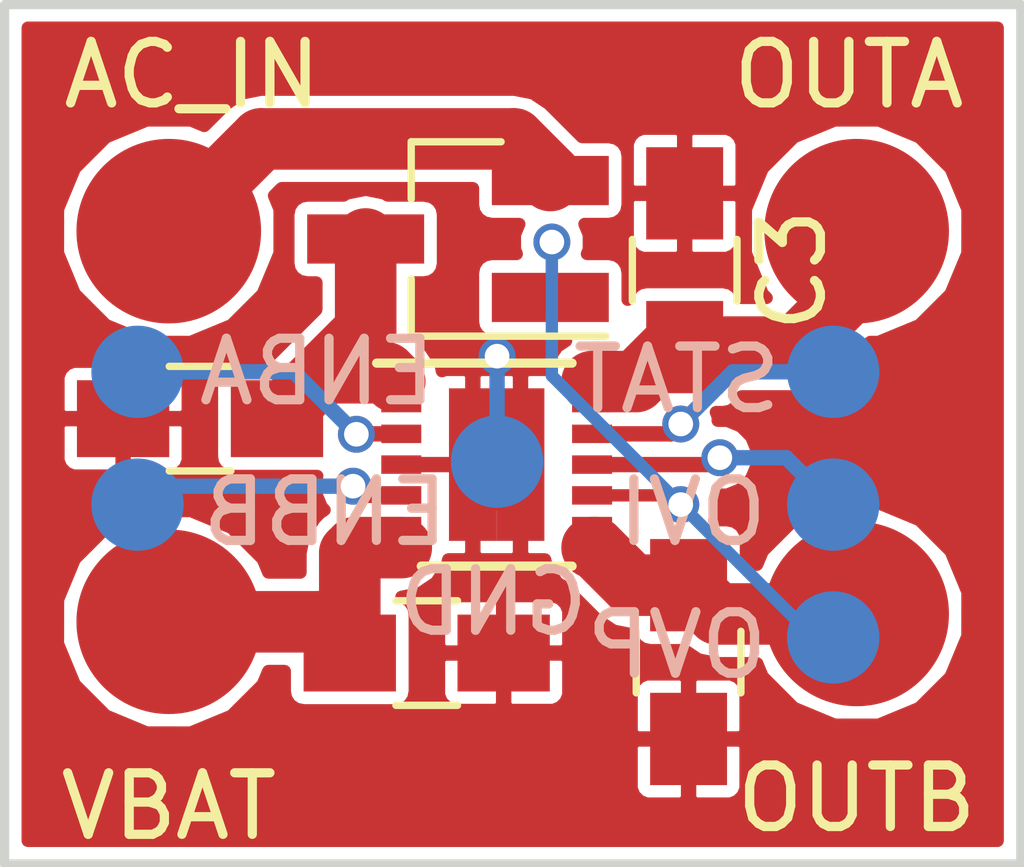
<source format=kicad_pcb>
(kicad_pcb (version 4) (host pcbnew 4.0.4-stable)

  (general
    (links 24)
    (no_connects 0)
    (area 134.544999 82.258 151.205001 96.658)
    (thickness 1.6)
    (drawings 4)
    (tracks 72)
    (zones 0)
    (modules 16)
    (nets 12)
  )

  (page A4)
  (layers
    (0 F.Cu signal)
    (31 B.Cu signal)
    (32 B.Adhes user)
    (33 F.Adhes user)
    (34 B.Paste user)
    (35 F.Paste user)
    (36 B.SilkS user hide)
    (37 F.SilkS user)
    (38 B.Mask user hide)
    (39 F.Mask user hide)
    (40 Dwgs.User user hide)
    (41 Cmts.User user hide)
    (42 Eco1.User user)
    (43 Eco2.User user)
    (44 Edge.Cuts user)
    (45 Margin user)
    (46 B.CrtYd user)
    (47 F.CrtYd user)
    (48 B.Fab user hide)
    (49 F.Fab user hide)
  )

  (setup
    (last_trace_width 0.25)
    (user_trace_width 0.2)
    (user_trace_width 0.5)
    (user_trace_width 0.8)
    (user_trace_width 1)
    (trace_clearance 0.2)
    (zone_clearance 0.508)
    (zone_45_only no)
    (trace_min 0.2)
    (segment_width 0.2)
    (edge_width 0.15)
    (via_size 0.6)
    (via_drill 0.4)
    (via_min_size 0.4)
    (via_min_drill 0.3)
    (uvia_size 0.3)
    (uvia_drill 0.1)
    (uvias_allowed no)
    (uvia_min_size 0.2)
    (uvia_min_drill 0.1)
    (pcb_text_width 0.3)
    (pcb_text_size 1.5 1.5)
    (mod_edge_width 0.15)
    (mod_text_size 1 1)
    (mod_text_width 0.15)
    (pad_size 1.524 1.524)
    (pad_drill 0.762)
    (pad_to_mask_clearance 0.2)
    (aux_axis_origin 0 0)
    (visible_elements 7FFFFF7F)
    (pcbplotparams
      (layerselection 0x010f0_80000001)
      (usegerberextensions true)
      (usegerberattributes true)
      (excludeedgelayer true)
      (linewidth 0.200000)
      (plotframeref false)
      (viasonmask false)
      (mode 1)
      (useauxorigin false)
      (hpglpennumber 1)
      (hpglpenspeed 20)
      (hpglpendiameter 15)
      (hpglpenoverlay 2)
      (psnegative false)
      (psa4output false)
      (plotreference true)
      (plotvalue true)
      (plotinvisibletext false)
      (padsonsilk false)
      (subtractmaskfromsilk false)
      (outputformat 1)
      (mirror false)
      (drillshape 0)
      (scaleselection 1)
      (outputdirectory ""))
  )

  (net 0 "")
  (net 1 GND)
  (net 2 "Net-(C1-Pad2)")
  (net 3 "Net-(C2-Pad2)")
  (net 4 "Net-(C3-Pad2)")
  (net 5 "Net-(C4-Pad2)")
  (net 6 OVP)
  (net 7 "Net-(Q1-Pad2)")
  (net 8 "Net-(U1-Pad2)")
  (net 9 "Net-(U1-Pad4)")
  (net 10 "Net-(U1-Pad8)")
  (net 11 "Net-(U1-Pad9)")

  (net_class Default "This is the default net class."
    (clearance 0.2)
    (trace_width 0.25)
    (via_dia 0.6)
    (via_drill 0.4)
    (uvia_dia 0.3)
    (uvia_drill 0.1)
    (add_net GND)
    (add_net "Net-(C1-Pad2)")
    (add_net "Net-(C2-Pad2)")
    (add_net "Net-(C3-Pad2)")
    (add_net "Net-(C4-Pad2)")
    (add_net "Net-(Q1-Pad2)")
    (add_net "Net-(U1-Pad2)")
    (add_net "Net-(U1-Pad4)")
    (add_net "Net-(U1-Pad8)")
    (add_net "Net-(U1-Pad9)")
    (add_net OVP)
  )

  (module Capacitors_SMD:C_0805_HandSoldering (layer F.Cu) (tedit 58C381AF) (tstamp 58C38055)
    (at 137.795 89.281)
    (descr "Capacitor SMD 0805, hand soldering")
    (tags "capacitor 0805")
    (path /58C27F87)
    (attr smd)
    (fp_text reference C1 (at 0 -1.75) (layer F.SilkS) hide
      (effects (font (size 1 1) (thickness 0.15)))
    )
    (fp_text value 10uF (at 0 1.75 90) (layer F.Fab) hide
      (effects (font (size 1 1) (thickness 0.15)))
    )
    (fp_text user %R (at 0 -1.75) (layer F.Fab) hide
      (effects (font (size 1 1) (thickness 0.15)))
    )
    (fp_line (start -1 0.62) (end -1 -0.62) (layer F.Fab) (width 0.1))
    (fp_line (start 1 0.62) (end -1 0.62) (layer F.Fab) (width 0.1))
    (fp_line (start 1 -0.62) (end 1 0.62) (layer F.Fab) (width 0.1))
    (fp_line (start -1 -0.62) (end 1 -0.62) (layer F.Fab) (width 0.1))
    (fp_line (start 0.5 -0.85) (end -0.5 -0.85) (layer F.SilkS) (width 0.12))
    (fp_line (start -0.5 0.85) (end 0.5 0.85) (layer F.SilkS) (width 0.12))
    (fp_line (start -2.25 -0.88) (end 2.25 -0.88) (layer F.CrtYd) (width 0.05))
    (fp_line (start -2.25 -0.88) (end -2.25 0.87) (layer F.CrtYd) (width 0.05))
    (fp_line (start 2.25 0.87) (end 2.25 -0.88) (layer F.CrtYd) (width 0.05))
    (fp_line (start 2.25 0.87) (end -2.25 0.87) (layer F.CrtYd) (width 0.05))
    (pad 1 smd rect (at -1.25 0) (size 1.5 1.25) (layers F.Cu F.Paste F.Mask)
      (net 1 GND))
    (pad 2 smd rect (at 1.25 0) (size 1.5 1.25) (layers F.Cu F.Paste F.Mask)
      (net 2 "Net-(C1-Pad2)"))
    (model Capacitors_SMD.3dshapes/C_0805.wrl
      (at (xyz 0 0 0))
      (scale (xyz 1 1 1))
      (rotate (xyz 0 0 0))
    )
  )

  (module Capacitors_SMD:C_0805_HandSoldering (layer F.Cu) (tedit 58C3824E) (tstamp 58C3805B)
    (at 141.478 93.091 180)
    (descr "Capacitor SMD 0805, hand soldering")
    (tags "capacitor 0805")
    (path /58C28363)
    (attr smd)
    (fp_text reference C2 (at 0 -1.75 180) (layer F.SilkS) hide
      (effects (font (size 1 1) (thickness 0.15)))
    )
    (fp_text value 1uF (at 0 1.75 180) (layer F.Fab)
      (effects (font (size 1 1) (thickness 0.15)))
    )
    (fp_text user %R (at 0 -1.75 180) (layer F.Fab) hide
      (effects (font (size 1 1) (thickness 0.15)))
    )
    (fp_line (start -1 0.62) (end -1 -0.62) (layer F.Fab) (width 0.1))
    (fp_line (start 1 0.62) (end -1 0.62) (layer F.Fab) (width 0.1))
    (fp_line (start 1 -0.62) (end 1 0.62) (layer F.Fab) (width 0.1))
    (fp_line (start -1 -0.62) (end 1 -0.62) (layer F.Fab) (width 0.1))
    (fp_line (start 0.5 -0.85) (end -0.5 -0.85) (layer F.SilkS) (width 0.12))
    (fp_line (start -0.5 0.85) (end 0.5 0.85) (layer F.SilkS) (width 0.12))
    (fp_line (start -2.25 -0.88) (end 2.25 -0.88) (layer F.CrtYd) (width 0.05))
    (fp_line (start -2.25 -0.88) (end -2.25 0.87) (layer F.CrtYd) (width 0.05))
    (fp_line (start 2.25 0.87) (end 2.25 -0.88) (layer F.CrtYd) (width 0.05))
    (fp_line (start 2.25 0.87) (end -2.25 0.87) (layer F.CrtYd) (width 0.05))
    (pad 1 smd rect (at -1.25 0 180) (size 1.5 1.25) (layers F.Cu F.Paste F.Mask)
      (net 1 GND))
    (pad 2 smd rect (at 1.25 0 180) (size 1.5 1.25) (layers F.Cu F.Paste F.Mask)
      (net 3 "Net-(C2-Pad2)"))
    (model Capacitors_SMD.3dshapes/C_0805.wrl
      (at (xyz 0 0 0))
      (scale (xyz 1 1 1))
      (rotate (xyz 0 0 0))
    )
  )

  (module Capacitors_SMD:C_0805_HandSoldering (layer F.Cu) (tedit 58AA84A8) (tstamp 58C38061)
    (at 145.669 86.868 270)
    (descr "Capacitor SMD 0805, hand soldering")
    (tags "capacitor 0805")
    (path /58C285C3)
    (attr smd)
    (fp_text reference C3 (at 0 -1.75 270) (layer F.SilkS)
      (effects (font (size 1 1) (thickness 0.15)))
    )
    (fp_text value 4.7uF (at 0 1.75 270) (layer F.Fab)
      (effects (font (size 1 1) (thickness 0.15)))
    )
    (fp_text user %R (at 0 -1.75 270) (layer F.Fab)
      (effects (font (size 1 1) (thickness 0.15)))
    )
    (fp_line (start -1 0.62) (end -1 -0.62) (layer F.Fab) (width 0.1))
    (fp_line (start 1 0.62) (end -1 0.62) (layer F.Fab) (width 0.1))
    (fp_line (start 1 -0.62) (end 1 0.62) (layer F.Fab) (width 0.1))
    (fp_line (start -1 -0.62) (end 1 -0.62) (layer F.Fab) (width 0.1))
    (fp_line (start 0.5 -0.85) (end -0.5 -0.85) (layer F.SilkS) (width 0.12))
    (fp_line (start -0.5 0.85) (end 0.5 0.85) (layer F.SilkS) (width 0.12))
    (fp_line (start -2.25 -0.88) (end 2.25 -0.88) (layer F.CrtYd) (width 0.05))
    (fp_line (start -2.25 -0.88) (end -2.25 0.87) (layer F.CrtYd) (width 0.05))
    (fp_line (start 2.25 0.87) (end 2.25 -0.88) (layer F.CrtYd) (width 0.05))
    (fp_line (start 2.25 0.87) (end -2.25 0.87) (layer F.CrtYd) (width 0.05))
    (pad 1 smd rect (at -1.25 0 270) (size 1.5 1.25) (layers F.Cu F.Paste F.Mask)
      (net 1 GND))
    (pad 2 smd rect (at 1.25 0 270) (size 1.5 1.25) (layers F.Cu F.Paste F.Mask)
      (net 4 "Net-(C3-Pad2)"))
    (model Capacitors_SMD.3dshapes/C_0805.wrl
      (at (xyz 0 0 0))
      (scale (xyz 1 1 1))
      (rotate (xyz 0 0 0))
    )
  )

  (module Capacitors_SMD:C_0805_HandSoldering (layer F.Cu) (tedit 58C38246) (tstamp 58C38067)
    (at 145.7325 93.238 90)
    (descr "Capacitor SMD 0805, hand soldering")
    (tags "capacitor 0805")
    (path /58C286D2)
    (attr smd)
    (fp_text reference C4 (at 0 -1.75 90) (layer F.SilkS) hide
      (effects (font (size 1 1) (thickness 0.15)))
    )
    (fp_text value 4.7uF (at 0 1.75 90) (layer F.Fab) hide
      (effects (font (size 1 1) (thickness 0.15)))
    )
    (fp_text user %R (at 0 -1.75 90) (layer F.Fab) hide
      (effects (font (size 1 1) (thickness 0.15)))
    )
    (fp_line (start -1 0.62) (end -1 -0.62) (layer F.Fab) (width 0.1))
    (fp_line (start 1 0.62) (end -1 0.62) (layer F.Fab) (width 0.1))
    (fp_line (start 1 -0.62) (end 1 0.62) (layer F.Fab) (width 0.1))
    (fp_line (start -1 -0.62) (end 1 -0.62) (layer F.Fab) (width 0.1))
    (fp_line (start 0.5 -0.85) (end -0.5 -0.85) (layer F.SilkS) (width 0.12))
    (fp_line (start -0.5 0.85) (end 0.5 0.85) (layer F.SilkS) (width 0.12))
    (fp_line (start -2.25 -0.88) (end 2.25 -0.88) (layer F.CrtYd) (width 0.05))
    (fp_line (start -2.25 -0.88) (end -2.25 0.87) (layer F.CrtYd) (width 0.05))
    (fp_line (start 2.25 0.87) (end 2.25 -0.88) (layer F.CrtYd) (width 0.05))
    (fp_line (start 2.25 0.87) (end -2.25 0.87) (layer F.CrtYd) (width 0.05))
    (pad 1 smd rect (at -1.25 0 90) (size 1.5 1.25) (layers F.Cu F.Paste F.Mask)
      (net 1 GND))
    (pad 2 smd rect (at 1.25 0 90) (size 1.5 1.25) (layers F.Cu F.Paste F.Mask)
      (net 5 "Net-(C4-Pad2)"))
    (model Capacitors_SMD.3dshapes/C_0805.wrl
      (at (xyz 0 0 0))
      (scale (xyz 1 1 1))
      (rotate (xyz 0 0 0))
    )
  )

  (module TO_SOT_Packages_SMD:SOT-23_Handsoldering (layer F.Cu) (tedit 58C380A3) (tstamp 58C3806E)
    (at 141.986 86.36 180)
    (descr "SOT-23, Handsoldering")
    (tags SOT-23)
    (path /58C29C27)
    (attr smd)
    (fp_text reference Q1 (at 0 -2.5 180) (layer F.SilkS) hide
      (effects (font (size 1 1) (thickness 0.15)))
    )
    (fp_text value IRLML6401 (at 0 2.5 180) (layer F.Fab) hide
      (effects (font (size 1 1) (thickness 0.15)))
    )
    (fp_line (start 0.76 1.58) (end 0.76 0.65) (layer F.SilkS) (width 0.12))
    (fp_line (start 0.76 -1.58) (end 0.76 -0.65) (layer F.SilkS) (width 0.12))
    (fp_line (start -2.7 -1.75) (end 2.7 -1.75) (layer F.CrtYd) (width 0.05))
    (fp_line (start 2.7 -1.75) (end 2.7 1.75) (layer F.CrtYd) (width 0.05))
    (fp_line (start 2.7 1.75) (end -2.7 1.75) (layer F.CrtYd) (width 0.05))
    (fp_line (start -2.7 1.75) (end -2.7 -1.75) (layer F.CrtYd) (width 0.05))
    (fp_line (start 0.76 -1.58) (end -2.4 -1.58) (layer F.SilkS) (width 0.12))
    (fp_line (start -0.7 -0.95) (end -0.7 1.5) (layer F.Fab) (width 0.1))
    (fp_line (start -0.15 -1.52) (end 0.7 -1.52) (layer F.Fab) (width 0.1))
    (fp_line (start -0.7 -0.95) (end -0.15 -1.52) (layer F.Fab) (width 0.1))
    (fp_line (start 0.7 -1.52) (end 0.7 1.52) (layer F.Fab) (width 0.1))
    (fp_line (start -0.7 1.52) (end 0.7 1.52) (layer F.Fab) (width 0.1))
    (fp_line (start 0.76 1.58) (end -0.7 1.58) (layer F.SilkS) (width 0.12))
    (pad 1 smd rect (at -1.5 -0.95 180) (size 1.9 0.8) (layers F.Cu F.Paste F.Mask)
      (net 6 OVP))
    (pad 2 smd rect (at -1.5 0.95 180) (size 1.9 0.8) (layers F.Cu F.Paste F.Mask)
      (net 7 "Net-(Q1-Pad2)"))
    (pad 3 smd rect (at 1.5 0 180) (size 1.9 0.8) (layers F.Cu F.Paste F.Mask)
      (net 2 "Net-(C1-Pad2)"))
    (model TO_SOT_Packages_SMD.3dshapes\SOT-23_Handsoldering.wrl
      (at (xyz 0 0 0))
      (scale (xyz 1 1 1))
      (rotate (xyz 0 0 90))
    )
  )

  (module Housings_DFN_QFN:DFN-10-1EP_3x3mm_Pitch0.5mm (layer F.Cu) (tedit 58C3811F) (tstamp 58C38080)
    (at 142.6145 90.028)
    (descr "10-Lead Plastic Dual Flat, No Lead Package (MF) - 3x3x0.9 mm Body [DFN] (see Microchip Packaging Specification 00000049BS.pdf)")
    (tags "DFN 0.5")
    (path /58C27D0C)
    (attr smd)
    (fp_text reference U1 (at 0 -2.575) (layer F.SilkS) hide
      (effects (font (size 1 1) (thickness 0.15)))
    )
    (fp_text value LTC4413 (at 0 2.575) (layer F.Fab) hide
      (effects (font (size 1 1) (thickness 0.15)))
    )
    (fp_line (start -0.5 -1.5) (end 1.5 -1.5) (layer F.Fab) (width 0.15))
    (fp_line (start 1.5 -1.5) (end 1.5 1.5) (layer F.Fab) (width 0.15))
    (fp_line (start 1.5 1.5) (end -1.5 1.5) (layer F.Fab) (width 0.15))
    (fp_line (start -1.5 1.5) (end -1.5 -0.5) (layer F.Fab) (width 0.15))
    (fp_line (start -1.5 -0.5) (end -0.5 -1.5) (layer F.Fab) (width 0.15))
    (fp_line (start -2.15 -1.85) (end -2.15 1.85) (layer F.CrtYd) (width 0.05))
    (fp_line (start 2.15 -1.85) (end 2.15 1.85) (layer F.CrtYd) (width 0.05))
    (fp_line (start -2.15 -1.85) (end 2.15 -1.85) (layer F.CrtYd) (width 0.05))
    (fp_line (start -2.15 1.85) (end 2.15 1.85) (layer F.CrtYd) (width 0.05))
    (fp_line (start -1.225 1.65) (end 1.225 1.65) (layer F.SilkS) (width 0.15))
    (fp_line (start -1.95 -1.65) (end 1.225 -1.65) (layer F.SilkS) (width 0.15))
    (pad 1 smd rect (at -1.55 -1) (size 0.65 0.3) (layers F.Cu F.Paste F.Mask)
      (net 2 "Net-(C1-Pad2)"))
    (pad 2 smd rect (at -1.55 -0.5) (size 0.65 0.3) (layers F.Cu F.Paste F.Mask)
      (net 8 "Net-(U1-Pad2)"))
    (pad 3 smd rect (at -1.55 0) (size 0.65 0.3) (layers F.Cu F.Paste F.Mask)
      (net 1 GND))
    (pad 4 smd rect (at -1.55 0.5) (size 0.65 0.3) (layers F.Cu F.Paste F.Mask)
      (net 9 "Net-(U1-Pad4)"))
    (pad 5 smd rect (at -1.55 1) (size 0.65 0.3) (layers F.Cu F.Paste F.Mask)
      (net 3 "Net-(C2-Pad2)"))
    (pad 6 smd rect (at 1.55 1) (size 0.65 0.3) (layers F.Cu F.Paste F.Mask)
      (net 5 "Net-(C4-Pad2)"))
    (pad 7 smd rect (at 1.55 0.5) (size 0.65 0.3) (layers F.Cu F.Paste F.Mask)
      (net 6 OVP))
    (pad 8 smd rect (at 1.55 0) (size 0.65 0.3) (layers F.Cu F.Paste F.Mask)
      (net 10 "Net-(U1-Pad8)"))
    (pad 9 smd rect (at 1.55 -0.5) (size 0.65 0.3) (layers F.Cu F.Paste F.Mask)
      (net 11 "Net-(U1-Pad9)"))
    (pad 10 smd rect (at 1.55 -1) (size 0.65 0.3) (layers F.Cu F.Paste F.Mask)
      (net 4 "Net-(C3-Pad2)"))
    (pad 11 smd rect (at 0.3875 0.62) (size 0.775 1.24) (layers F.Cu F.Paste F.Mask)
      (net 1 GND) (solder_paste_margin_ratio -0.2))
    (pad 11 smd rect (at 0.3875 -0.62) (size 0.775 1.24) (layers F.Cu F.Paste F.Mask)
      (net 1 GND) (solder_paste_margin_ratio -0.2))
    (pad 11 smd rect (at -0.3875 0.62) (size 0.775 1.24) (layers F.Cu F.Paste F.Mask)
      (net 1 GND) (solder_paste_margin_ratio -0.2))
    (pad 11 smd rect (at -0.3875 -0.62) (size 0.775 1.24) (layers F.Cu F.Paste F.Mask)
      (net 1 GND) (solder_paste_margin_ratio -0.2))
    (model Housings_DFN_QFN.3dshapes/DFN-10-1EP_3x3mm_Pitch0.5mm.wrl
      (at (xyz 0 0 0))
      (scale (xyz 1 1 1))
      (rotate (xyz 0 0 0))
    )
  )

  (module Measurement_Points:Measurement_Point_Round-SMD-Pad_Big (layer F.Cu) (tedit 58C384F3) (tstamp 58C38085)
    (at 137.287 86.233)
    (descr "Mesurement Point, Round, SMD Pad, DM 3mm,")
    (tags "Mesurement Point Round SMD Pad 3mm")
    (path /58C27C97)
    (attr virtual)
    (fp_text reference W1 (at 0 -3) (layer F.SilkS) hide
      (effects (font (size 1 1) (thickness 0.15)))
    )
    (fp_text value AC_IN (at 0.381 -2.54) (layer F.SilkS)
      (effects (font (size 1 1) (thickness 0.15)))
    )
    (fp_circle (center 0 0) (end 1.75 0) (layer F.CrtYd) (width 0.05))
    (pad 1 smd circle (at 0 0) (size 3 3) (layers F.Cu F.Mask)
      (net 7 "Net-(Q1-Pad2)"))
  )

  (module Measurement_Points:Measurement_Point_Round-SMD-Pad_Small (layer B.Cu) (tedit 58C38503) (tstamp 58C3808A)
    (at 136.779 88.519)
    (descr "Mesurement Point, Round, SMD Pad, DM 1.5mm,")
    (tags "Mesurement Point Round SMD Pad 1.5mm")
    (path /58C2810D)
    (attr virtual)
    (fp_text reference W2 (at 0 2) (layer B.SilkS) hide
      (effects (font (size 1 1) (thickness 0.15)) (justify mirror))
    )
    (fp_text value ENBA (at 2.921 0) (layer B.SilkS)
      (effects (font (size 1 1) (thickness 0.15)) (justify mirror))
    )
    (fp_circle (center 0 0) (end 1 0) (layer B.CrtYd) (width 0.05))
    (pad 1 smd circle (at 0 0) (size 1.5 1.5) (layers B.Cu B.Mask)
      (net 8 "Net-(U1-Pad2)"))
  )

  (module Measurement_Points:Measurement_Point_Round-SMD-Pad_Small (layer B.Cu) (tedit 58C38508) (tstamp 58C3808F)
    (at 136.779 90.678)
    (descr "Mesurement Point, Round, SMD Pad, DM 1.5mm,")
    (tags "Mesurement Point Round SMD Pad 1.5mm")
    (path /58C282FF)
    (attr virtual)
    (fp_text reference W3 (at 0 2) (layer B.SilkS) hide
      (effects (font (size 1 1) (thickness 0.15)) (justify mirror))
    )
    (fp_text value ENBB (at 3.048 0.127) (layer B.SilkS)
      (effects (font (size 1 1) (thickness 0.15)) (justify mirror))
    )
    (fp_circle (center 0 0) (end 1 0) (layer B.CrtYd) (width 0.05))
    (pad 1 smd circle (at 0 0) (size 1.5 1.5) (layers B.Cu B.Mask)
      (net 9 "Net-(U1-Pad4)"))
  )

  (module Measurement_Points:Measurement_Point_Round-SMD-Pad_Big (layer F.Cu) (tedit 58C384F7) (tstamp 58C38094)
    (at 137.287 92.583)
    (descr "Mesurement Point, Round, SMD Pad, DM 3mm,")
    (tags "Mesurement Point Round SMD Pad 3mm")
    (path /58C27D25)
    (attr virtual)
    (fp_text reference W4 (at 0 -3) (layer F.SilkS) hide
      (effects (font (size 1 1) (thickness 0.15)))
    )
    (fp_text value VBAT (at 0 3) (layer F.SilkS)
      (effects (font (size 1 1) (thickness 0.15)))
    )
    (fp_circle (center 0 0) (end 1.75 0) (layer F.CrtYd) (width 0.05))
    (pad 1 smd circle (at 0 0) (size 3 3) (layers F.Cu F.Mask)
      (net 3 "Net-(C2-Pad2)"))
  )

  (module Measurement_Points:Measurement_Point_Round-SMD-Pad_Small (layer B.Cu) (tedit 58C38515) (tstamp 58C38099)
    (at 148.082 92.837)
    (descr "Mesurement Point, Round, SMD Pad, DM 1.5mm,")
    (tags "Mesurement Point Round SMD Pad 1.5mm")
    (path /58C2A26C)
    (attr virtual)
    (fp_text reference W5 (at 0 2) (layer B.SilkS) hide
      (effects (font (size 1 1) (thickness 0.15)) (justify mirror))
    )
    (fp_text value OVP (at -2.54 0.127) (layer B.SilkS)
      (effects (font (size 1 1) (thickness 0.15)) (justify mirror))
    )
    (fp_circle (center 0 0) (end 1 0) (layer B.CrtYd) (width 0.05))
    (pad 1 smd circle (at 0 0) (size 1.5 1.5) (layers B.Cu B.Mask)
      (net 6 OVP))
  )

  (module Measurement_Points:Measurement_Point_Round-SMD-Pad_Small (layer B.Cu) (tedit 58C3850F) (tstamp 58C3809E)
    (at 148.082 90.678)
    (descr "Mesurement Point, Round, SMD Pad, DM 1.5mm,")
    (tags "Mesurement Point Round SMD Pad 1.5mm")
    (path /58C28A3A)
    (attr virtual)
    (fp_text reference W7 (at 0 2) (layer B.SilkS) hide
      (effects (font (size 1 1) (thickness 0.15)) (justify mirror))
    )
    (fp_text value OVI (at -2.286 0.127) (layer B.SilkS)
      (effects (font (size 1 1) (thickness 0.15)) (justify mirror))
    )
    (fp_circle (center 0 0) (end 1 0) (layer B.CrtYd) (width 0.05))
    (pad 1 smd circle (at 0 0) (size 1.5 1.5) (layers B.Cu B.Mask)
      (net 10 "Net-(U1-Pad8)"))
  )

  (module Measurement_Points:Measurement_Point_Round-SMD-Pad_Big (layer F.Cu) (tedit 58C384EE) (tstamp 58C380A3)
    (at 148.463 86.233)
    (descr "Mesurement Point, Round, SMD Pad, DM 3mm,")
    (tags "Mesurement Point Round SMD Pad 3mm")
    (path /58C27DAF)
    (attr virtual)
    (fp_text reference W8 (at 0 -3) (layer F.SilkS) hide
      (effects (font (size 1 1) (thickness 0.15)))
    )
    (fp_text value OUTA (at -0.127 -2.54) (layer F.SilkS)
      (effects (font (size 1 1) (thickness 0.15)))
    )
    (fp_circle (center 0 0) (end 1.75 0) (layer F.CrtYd) (width 0.05))
    (pad 1 smd circle (at 0 0) (size 3 3) (layers F.Cu F.Mask)
      (net 4 "Net-(C3-Pad2)"))
  )

  (module Measurement_Points:Measurement_Point_Round-SMD-Pad_Big (layer F.Cu) (tedit 58C384FA) (tstamp 58C380A8)
    (at 148.463 92.456)
    (descr "Mesurement Point, Round, SMD Pad, DM 3mm,")
    (tags "Mesurement Point Round SMD Pad 3mm")
    (path /58C27DDF)
    (attr virtual)
    (fp_text reference W9 (at 0 -3) (layer F.SilkS) hide
      (effects (font (size 1 1) (thickness 0.15)))
    )
    (fp_text value OUTB (at 0 3) (layer F.SilkS)
      (effects (font (size 1 1) (thickness 0.15)))
    )
    (fp_circle (center 0 0) (end 1.75 0) (layer F.CrtYd) (width 0.05))
    (pad 1 smd circle (at 0 0) (size 3 3) (layers F.Cu F.Mask)
      (net 5 "Net-(C4-Pad2)"))
  )

  (module Measurement_Points:Measurement_Point_Round-SMD-Pad_Small (layer B.Cu) (tedit 58C3851A) (tstamp 58C380AD)
    (at 148.082 88.519)
    (descr "Mesurement Point, Round, SMD Pad, DM 1.5mm,")
    (tags "Mesurement Point Round SMD Pad 1.5mm")
    (path /58C28D10)
    (attr virtual)
    (fp_text reference W10 (at 0 2) (layer B.SilkS) hide
      (effects (font (size 1 1) (thickness 0.15)) (justify mirror))
    )
    (fp_text value STAT (at -2.54 0.127) (layer B.SilkS)
      (effects (font (size 1 1) (thickness 0.15)) (justify mirror))
    )
    (fp_circle (center 0 0) (end 1 0) (layer B.CrtYd) (width 0.05))
    (pad 1 smd circle (at 0 0) (size 1.5 1.5) (layers B.Cu B.Mask)
      (net 11 "Net-(U1-Pad9)"))
  )

  (module Measurement_Points:Measurement_Point_Round-SMD-Pad_Small (layer B.Cu) (tedit 58C38579) (tstamp 58C3858D)
    (at 142.621 89.9795)
    (descr "Mesurement Point, Round, SMD Pad, DM 1.5mm,")
    (tags "Mesurement Point Round SMD Pad 1.5mm")
    (path /58C385F4)
    (attr virtual)
    (fp_text reference W6 (at 0 2) (layer B.SilkS) hide
      (effects (font (size 1 1) (thickness 0.15)) (justify mirror))
    )
    (fp_text value GND (at -0.0635 2.286) (layer B.SilkS)
      (effects (font (size 1 1) (thickness 0.15)) (justify mirror))
    )
    (fp_circle (center 0 0) (end 1 0) (layer B.CrtYd) (width 0.05))
    (pad 1 smd circle (at 0 0) (size 1.5 1.5) (layers B.Cu B.Mask)
      (net 1 GND))
  )

  (gr_line (start 134.62 96.52) (end 134.62 82.55) (layer Edge.Cuts) (width 0.15))
  (gr_line (start 151.13 96.52) (end 134.62 96.52) (layer Edge.Cuts) (width 0.15))
  (gr_line (start 151.13 82.55) (end 151.13 96.52) (layer Edge.Cuts) (width 0.15))
  (gr_line (start 134.62 82.55) (end 151.13 82.55) (layer Edge.Cuts) (width 0.15))

  (segment (start 142.133236 88.2015) (end 141.9225 88.2015) (width 0.25) (layer F.Cu) (net 1))
  (segment (start 142.621 88.265) (end 142.196736 88.265) (width 0.25) (layer F.Cu) (net 1))
  (segment (start 142.196736 88.265) (end 142.133236 88.2015) (width 0.25) (layer F.Cu) (net 1))
  (segment (start 142.621 89.9795) (end 142.621 88.265) (width 0.25) (layer B.Cu) (net 1))
  (via (at 142.621 88.265) (size 0.6) (drill 0.4) (layers F.Cu B.Cu) (net 1))
  (segment (start 141.0645 90.028) (end 142.382 90.028) (width 0.25) (layer F.Cu) (net 1))
  (segment (start 142.382 90.028) (end 143.002 89.408) (width 0.25) (layer F.Cu) (net 1))
  (segment (start 141.0645 89.028) (end 141.0645 88.628) (width 0.25) (layer F.Cu) (net 2))
  (segment (start 141.0645 88.628) (end 140.971499 88.534999) (width 0.25) (layer F.Cu) (net 2))
  (segment (start 140.971499 88.534999) (end 140.815001 88.534999) (width 0.25) (layer F.Cu) (net 2))
  (segment (start 139.045 89.281) (end 139.791001 88.534999) (width 1) (layer F.Cu) (net 2))
  (segment (start 139.791001 88.534999) (end 140.815001 88.534999) (width 1) (layer F.Cu) (net 2))
  (segment (start 140.815001 88.534999) (end 140.958001 88.677999) (width 1) (layer F.Cu) (net 2))
  (segment (start 140.486 86.36) (end 140.486 87.84) (width 1) (layer F.Cu) (net 2))
  (segment (start 140.486 87.84) (end 139.045 89.281) (width 1) (layer F.Cu) (net 2))
  (segment (start 141.0645 91.028) (end 141.0645 91.378001) (width 0.25) (layer F.Cu) (net 3))
  (segment (start 140.228 93.091) (end 140.228 91.466) (width 1) (layer F.Cu) (net 3))
  (segment (start 140.228 91.466) (end 140.315999 91.378001) (width 1) (layer F.Cu) (net 3))
  (segment (start 140.315999 91.378001) (end 141.0645 91.378001) (width 1) (layer F.Cu) (net 3))
  (segment (start 137.287 92.583) (end 139.72 92.583) (width 1) (layer F.Cu) (net 3))
  (segment (start 139.72 92.583) (end 140.228 93.091) (width 1) (layer F.Cu) (net 3))
  (segment (start 144.1645 89.028) (end 144.7395 89.028) (width 0.25) (layer F.Cu) (net 4))
  (segment (start 144.7395 89.028) (end 144.875001 88.892499) (width 0.25) (layer F.Cu) (net 4))
  (segment (start 144.875001 88.892499) (end 144.875001 88.677999) (width 0.25) (layer F.Cu) (net 4))
  (segment (start 145.669 88.118) (end 145.435 88.118) (width 1) (layer F.Cu) (net 4))
  (segment (start 145.435 88.118) (end 144.875001 88.677999) (width 1) (layer F.Cu) (net 4))
  (segment (start 144.875001 88.677999) (end 144.1645 88.677999) (width 1) (layer F.Cu) (net 4))
  (segment (start 148.463 87.122) (end 147.467 88.118) (width 1) (layer F.Cu) (net 4))
  (segment (start 147.467 88.118) (end 145.669 88.118) (width 1) (layer F.Cu) (net 4))
  (segment (start 148.463 86.233) (end 148.463 87.122) (width 1) (layer F.Cu) (net 4))
  (segment (start 144.1645 91.028) (end 144.1645 91.3325) (width 0.25) (layer F.Cu) (net 5))
  (segment (start 144.1645 91.3325) (end 144.210001 91.378001) (width 0.25) (layer F.Cu) (net 5))
  (segment (start 145.7325 91.988) (end 144.82 91.988) (width 1) (layer F.Cu) (net 5))
  (segment (start 148.463 92.456) (end 146.2005 92.456) (width 1) (layer F.Cu) (net 5))
  (segment (start 146.2005 92.456) (end 145.7325 91.988) (width 1) (layer F.Cu) (net 5))
  (segment (start 144.210001 91.378001) (end 144.1645 91.378001) (width 1) (layer F.Cu) (net 5))
  (segment (start 144.82 91.988) (end 144.210001 91.378001) (width 1) (layer F.Cu) (net 5))
  (segment (start 143.511255 86.409682) (end 143.511255 87.284745) (width 0.2) (layer F.Cu) (net 6))
  (segment (start 143.511255 87.284745) (end 143.486 87.31) (width 0.2) (layer F.Cu) (net 6))
  (segment (start 145.6055 90.678) (end 143.511255 88.583755) (width 0.2) (layer B.Cu) (net 6))
  (segment (start 143.511255 88.583755) (end 143.511255 88.161759) (width 0.2) (layer B.Cu) (net 6))
  (segment (start 143.511255 88.161759) (end 143.511255 86.409682) (width 0.2) (layer B.Cu) (net 6))
  (via (at 143.511255 86.409682) (size 0.6) (drill 0.4) (layers F.Cu B.Cu) (net 6))
  (segment (start 145.6055 90.678) (end 147.7645 92.837) (width 0.2) (layer B.Cu) (net 6))
  (segment (start 147.7645 92.837) (end 148.082 92.837) (width 0.2) (layer B.Cu) (net 6))
  (segment (start 144.1645 90.528) (end 145.4555 90.528) (width 0.2) (layer F.Cu) (net 6))
  (segment (start 145.4555 90.528) (end 145.6055 90.678) (width 0.2) (layer F.Cu) (net 6))
  (via (at 145.6055 90.678) (size 0.6) (drill 0.4) (layers F.Cu B.Cu) (net 6))
  (segment (start 142.899001 84.733001) (end 143.486 85.32) (width 1) (layer F.Cu) (net 7))
  (segment (start 143.486 85.32) (end 143.486 85.41) (width 1) (layer F.Cu) (net 7))
  (segment (start 137.287 86.233) (end 138.786999 84.733001) (width 1) (layer F.Cu) (net 7))
  (segment (start 138.786999 84.733001) (end 142.899001 84.733001) (width 1) (layer F.Cu) (net 7))
  (segment (start 140.335 89.535) (end 139.319 88.519) (width 0.25) (layer B.Cu) (net 8))
  (segment (start 139.319 88.519) (end 136.779 88.519) (width 0.25) (layer B.Cu) (net 8))
  (segment (start 141.0645 89.528) (end 140.342 89.528) (width 0.25) (layer F.Cu) (net 8))
  (segment (start 140.342 89.528) (end 140.335 89.535) (width 0.25) (layer F.Cu) (net 8))
  (via (at 140.335 89.535) (size 0.6) (drill 0.4) (layers F.Cu B.Cu) (net 8))
  (segment (start 140.281503 90.378596) (end 137.078404 90.378596) (width 0.25) (layer B.Cu) (net 9))
  (segment (start 137.078404 90.378596) (end 136.779 90.678) (width 0.25) (layer B.Cu) (net 9))
  (segment (start 141.0645 90.528) (end 140.430907 90.528) (width 0.25) (layer F.Cu) (net 9))
  (segment (start 140.430907 90.528) (end 140.281503 90.378596) (width 0.25) (layer F.Cu) (net 9))
  (via (at 140.281503 90.378596) (size 0.6) (drill 0.4) (layers F.Cu B.Cu) (net 9))
  (segment (start 146.2405 89.916) (end 147.32 89.916) (width 0.25) (layer B.Cu) (net 10))
  (segment (start 147.32 89.916) (end 148.082 90.678) (width 0.25) (layer B.Cu) (net 10))
  (segment (start 144.1645 90.028) (end 146.1285 90.028) (width 0.25) (layer F.Cu) (net 10))
  (segment (start 146.1285 90.028) (end 146.2405 89.916) (width 0.25) (layer F.Cu) (net 10))
  (via (at 146.2405 89.916) (size 0.6) (drill 0.4) (layers F.Cu B.Cu) (net 10))
  (segment (start 145.6055 89.368002) (end 146.454502 88.519) (width 0.25) (layer B.Cu) (net 11))
  (segment (start 146.454502 88.519) (end 148.082 88.519) (width 0.25) (layer B.Cu) (net 11))
  (segment (start 144.1645 89.528) (end 145.445502 89.528) (width 0.25) (layer F.Cu) (net 11))
  (segment (start 145.445502 89.528) (end 145.6055 89.368002) (width 0.25) (layer F.Cu) (net 11))
  (via (at 145.6055 89.368002) (size 0.6) (drill 0.4) (layers F.Cu B.Cu) (net 11))

  (zone (net 1) (net_name GND) (layer F.Cu) (tstamp 0) (hatch edge 0.508)
    (connect_pads (clearance 0.2))
    (min_thickness 0.2)
    (fill yes (arc_segments 16) (thermal_gap 0.2) (thermal_bridge_width 0.25))
    (polygon
      (pts
        (xy 134.62 82.55) (xy 151.13 82.55) (xy 151.13 96.52) (xy 134.62 96.52)
      )
    )
    (filled_polygon
      (pts
        (xy 150.755 96.145) (xy 134.995 96.145) (xy 134.995 94.588) (xy 144.8075 94.588) (xy 144.8075 95.297674)
        (xy 144.853172 95.407937) (xy 144.937564 95.492328) (xy 145.047827 95.538) (xy 145.6325 95.538) (xy 145.7075 95.463)
        (xy 145.7075 94.513) (xy 145.7575 94.513) (xy 145.7575 95.463) (xy 145.8325 95.538) (xy 146.417173 95.538)
        (xy 146.527436 95.492328) (xy 146.611828 95.407937) (xy 146.6575 95.297674) (xy 146.6575 94.588) (xy 146.5825 94.513)
        (xy 145.7575 94.513) (xy 145.7075 94.513) (xy 144.8825 94.513) (xy 144.8075 94.588) (xy 134.995 94.588)
        (xy 134.995 92.939471) (xy 135.486688 92.939471) (xy 135.760145 93.601286) (xy 136.266051 94.108076) (xy 136.927387 94.382687)
        (xy 137.643471 94.383312) (xy 138.305286 94.109855) (xy 138.812076 93.603949) (xy 138.903822 93.383) (xy 139.172123 93.383)
        (xy 139.172123 93.716) (xy 139.193042 93.827173) (xy 139.258745 93.929279) (xy 139.358997 93.997778) (xy 139.478 94.021877)
        (xy 140.978 94.021877) (xy 141.089173 94.000958) (xy 141.191279 93.935255) (xy 141.259778 93.835003) (xy 141.283877 93.716)
        (xy 141.283877 93.191) (xy 141.678 93.191) (xy 141.678 93.775673) (xy 141.723672 93.885936) (xy 141.808063 93.970328)
        (xy 141.918326 94.016) (xy 142.628 94.016) (xy 142.703 93.941) (xy 142.703 93.116) (xy 142.753 93.116)
        (xy 142.753 93.941) (xy 142.828 94.016) (xy 143.537674 94.016) (xy 143.647937 93.970328) (xy 143.732328 93.885936)
        (xy 143.778 93.775673) (xy 143.778 93.678326) (xy 144.8075 93.678326) (xy 144.8075 94.388) (xy 144.8825 94.463)
        (xy 145.7075 94.463) (xy 145.7075 93.513) (xy 145.7575 93.513) (xy 145.7575 94.463) (xy 146.5825 94.463)
        (xy 146.6575 94.388) (xy 146.6575 93.678326) (xy 146.611828 93.568063) (xy 146.527436 93.483672) (xy 146.417173 93.438)
        (xy 145.8325 93.438) (xy 145.7575 93.513) (xy 145.7075 93.513) (xy 145.6325 93.438) (xy 145.047827 93.438)
        (xy 144.937564 93.483672) (xy 144.853172 93.568063) (xy 144.8075 93.678326) (xy 143.778 93.678326) (xy 143.778 93.191)
        (xy 143.703 93.116) (xy 142.753 93.116) (xy 142.703 93.116) (xy 141.753 93.116) (xy 141.678 93.191)
        (xy 141.283877 93.191) (xy 141.283877 92.466) (xy 141.272649 92.406327) (xy 141.678 92.406327) (xy 141.678 92.991)
        (xy 141.753 93.066) (xy 142.703 93.066) (xy 142.703 92.241) (xy 142.753 92.241) (xy 142.753 93.066)
        (xy 143.703 93.066) (xy 143.778 92.991) (xy 143.778 92.406327) (xy 143.732328 92.296064) (xy 143.647937 92.211672)
        (xy 143.537674 92.166) (xy 142.828 92.166) (xy 142.753 92.241) (xy 142.703 92.241) (xy 142.628 92.166)
        (xy 141.918326 92.166) (xy 141.808063 92.211672) (xy 141.723672 92.296064) (xy 141.678 92.406327) (xy 141.272649 92.406327)
        (xy 141.262958 92.354827) (xy 141.197255 92.252721) (xy 141.097003 92.184222) (xy 141.0654 92.177822) (xy 141.370647 92.117105)
        (xy 141.630185 91.943686) (xy 141.803604 91.684148) (xy 141.826707 91.568) (xy 142.127 91.568) (xy 142.202 91.493)
        (xy 142.202 90.673) (xy 142.252 90.673) (xy 142.252 91.493) (xy 142.327 91.568) (xy 142.902 91.568)
        (xy 142.977 91.493) (xy 142.977 90.673) (xy 142.252 90.673) (xy 142.202 90.673) (xy 142.182 90.673)
        (xy 142.182 90.623) (xy 142.202 90.623) (xy 142.202 89.433) (xy 142.252 89.433) (xy 142.252 90.623)
        (xy 142.977 90.623) (xy 142.977 89.433) (xy 142.252 89.433) (xy 142.202 89.433) (xy 142.182 89.433)
        (xy 142.182 89.383) (xy 142.202 89.383) (xy 142.202 88.563) (xy 142.252 88.563) (xy 142.252 89.383)
        (xy 142.977 89.383) (xy 142.977 88.563) (xy 142.902 88.488) (xy 142.327 88.488) (xy 142.252 88.563)
        (xy 142.202 88.563) (xy 142.127 88.488) (xy 141.779826 88.488) (xy 141.724746 88.510815) (xy 141.697105 88.371852)
        (xy 141.523687 88.112314) (xy 141.380686 87.969314) (xy 141.274404 87.898298) (xy 141.286 87.84) (xy 141.286 87.065877)
        (xy 141.436 87.065877) (xy 141.547173 87.044958) (xy 141.649279 86.979255) (xy 141.717778 86.879003) (xy 141.741877 86.76)
        (xy 141.741877 85.96) (xy 141.720958 85.848827) (xy 141.655255 85.746721) (xy 141.555003 85.678222) (xy 141.436 85.654123)
        (xy 140.841874 85.654123) (xy 140.792147 85.620896) (xy 140.486 85.56) (xy 140.179853 85.620896) (xy 140.130126 85.654123)
        (xy 139.536 85.654123) (xy 139.424827 85.675042) (xy 139.322721 85.740745) (xy 139.254222 85.840997) (xy 139.230123 85.96)
        (xy 139.230123 86.76) (xy 139.251042 86.871173) (xy 139.316745 86.973279) (xy 139.416997 87.041778) (xy 139.536 87.065877)
        (xy 139.686 87.065877) (xy 139.686 87.508629) (xy 139.225316 87.969313) (xy 138.844507 88.350123) (xy 138.295 88.350123)
        (xy 138.183827 88.371042) (xy 138.081721 88.436745) (xy 138.013222 88.536997) (xy 137.989123 88.656) (xy 137.989123 89.906)
        (xy 138.010042 90.017173) (xy 138.075745 90.119279) (xy 138.175997 90.187778) (xy 138.295 90.211877) (xy 139.70106 90.211877)
        (xy 139.681607 90.258725) (xy 139.681399 90.49742) (xy 139.772551 90.718025) (xy 139.820117 90.765674) (xy 139.750313 90.812316)
        (xy 139.662315 90.900315) (xy 139.488896 91.159853) (xy 139.428 91.466) (xy 139.428 91.783) (xy 138.904049 91.783)
        (xy 138.813855 91.564714) (xy 138.307949 91.057924) (xy 137.646613 90.783313) (xy 136.930529 90.782688) (xy 136.268714 91.056145)
        (xy 135.761924 91.562051) (xy 135.487313 92.223387) (xy 135.486688 92.939471) (xy 134.995 92.939471) (xy 134.995 89.381)
        (xy 135.495 89.381) (xy 135.495 89.965673) (xy 135.540672 90.075936) (xy 135.625063 90.160328) (xy 135.735326 90.206)
        (xy 136.445 90.206) (xy 136.52 90.131) (xy 136.52 89.306) (xy 136.57 89.306) (xy 136.57 90.131)
        (xy 136.645 90.206) (xy 137.354674 90.206) (xy 137.464937 90.160328) (xy 137.549328 90.075936) (xy 137.595 89.965673)
        (xy 137.595 89.381) (xy 137.52 89.306) (xy 136.57 89.306) (xy 136.52 89.306) (xy 135.57 89.306)
        (xy 135.495 89.381) (xy 134.995 89.381) (xy 134.995 88.596327) (xy 135.495 88.596327) (xy 135.495 89.181)
        (xy 135.57 89.256) (xy 136.52 89.256) (xy 136.52 88.431) (xy 136.57 88.431) (xy 136.57 89.256)
        (xy 137.52 89.256) (xy 137.595 89.181) (xy 137.595 88.596327) (xy 137.549328 88.486064) (xy 137.464937 88.401672)
        (xy 137.354674 88.356) (xy 136.645 88.356) (xy 136.57 88.431) (xy 136.52 88.431) (xy 136.445 88.356)
        (xy 135.735326 88.356) (xy 135.625063 88.401672) (xy 135.540672 88.486064) (xy 135.495 88.596327) (xy 134.995 88.596327)
        (xy 134.995 86.589471) (xy 135.486688 86.589471) (xy 135.760145 87.251286) (xy 136.266051 87.758076) (xy 136.927387 88.032687)
        (xy 137.643471 88.033312) (xy 138.305286 87.759855) (xy 138.812076 87.253949) (xy 139.086687 86.592613) (xy 139.087312 85.876529)
        (xy 138.995951 85.655419) (xy 139.118369 85.533001) (xy 142.230123 85.533001) (xy 142.230123 85.81) (xy 142.251042 85.921173)
        (xy 142.316745 86.023279) (xy 142.416997 86.091778) (xy 142.536 86.115877) (xy 142.983583 86.115877) (xy 142.911359 86.289811)
        (xy 142.911151 86.528506) (xy 142.942395 86.604123) (xy 142.536 86.604123) (xy 142.424827 86.625042) (xy 142.322721 86.690745)
        (xy 142.254222 86.790997) (xy 142.230123 86.91) (xy 142.230123 87.71) (xy 142.251042 87.821173) (xy 142.316745 87.923279)
        (xy 142.416997 87.991778) (xy 142.536 88.015877) (xy 143.743142 88.015877) (xy 143.598815 88.112314) (xy 143.425396 88.371852)
        (xy 143.402293 88.488) (xy 143.102 88.488) (xy 143.027 88.563) (xy 143.027 89.383) (xy 143.047 89.383)
        (xy 143.047 89.433) (xy 143.027 89.433) (xy 143.027 90.623) (xy 143.047 90.623) (xy 143.047 90.673)
        (xy 143.027 90.673) (xy 143.027 91.493) (xy 143.102 91.568) (xy 143.402293 91.568) (xy 143.425396 91.684148)
        (xy 143.598815 91.943686) (xy 143.735942 92.035312) (xy 144.254315 92.553686) (xy 144.513853 92.727104) (xy 144.810683 92.786147)
        (xy 144.822542 92.849173) (xy 144.888245 92.951279) (xy 144.988497 93.019778) (xy 145.1075 93.043877) (xy 145.668027 93.043877)
        (xy 145.894353 93.195104) (xy 146.2005 93.256) (xy 146.845951 93.256) (xy 146.936145 93.474286) (xy 147.442051 93.981076)
        (xy 148.103387 94.255687) (xy 148.819471 94.256312) (xy 149.481286 93.982855) (xy 149.988076 93.476949) (xy 150.262687 92.815613)
        (xy 150.263312 92.099529) (xy 149.989855 91.437714) (xy 149.483949 90.930924) (xy 148.822613 90.656313) (xy 148.106529 90.655688)
        (xy 147.444714 90.929145) (xy 146.937924 91.435051) (xy 146.846178 91.656) (xy 146.663377 91.656) (xy 146.663377 91.238)
        (xy 146.642458 91.126827) (xy 146.576755 91.024721) (xy 146.476503 90.956222) (xy 146.3575 90.932123) (xy 146.14965 90.932123)
        (xy 146.205396 90.797871) (xy 146.205604 90.559176) (xy 146.187745 90.515954) (xy 146.359324 90.516104) (xy 146.579929 90.424952)
        (xy 146.748859 90.256317) (xy 146.840396 90.035871) (xy 146.840604 89.797176) (xy 146.749452 89.576571) (xy 146.580817 89.407641)
        (xy 146.360371 89.316104) (xy 146.205546 89.315969) (xy 146.205604 89.249178) (xy 146.17449 89.173877) (xy 146.294 89.173877)
        (xy 146.405173 89.152958) (xy 146.507279 89.087255) (xy 146.575778 88.987003) (xy 146.589752 88.918) (xy 147.467 88.918)
        (xy 147.773147 88.857104) (xy 148.032685 88.683685) (xy 148.683178 88.033193) (xy 148.819471 88.033312) (xy 149.481286 87.759855)
        (xy 149.988076 87.253949) (xy 150.262687 86.592613) (xy 150.263312 85.876529) (xy 149.989855 85.214714) (xy 149.483949 84.707924)
        (xy 148.822613 84.433313) (xy 148.106529 84.432688) (xy 147.444714 84.706145) (xy 146.937924 85.212051) (xy 146.663313 85.873387)
        (xy 146.662688 86.589471) (xy 146.936145 87.251286) (xy 147.002743 87.318) (xy 146.590469 87.318) (xy 146.578958 87.256827)
        (xy 146.513255 87.154721) (xy 146.413003 87.086222) (xy 146.294 87.062123) (xy 145.044 87.062123) (xy 144.932827 87.083042)
        (xy 144.830721 87.148745) (xy 144.762222 87.248997) (xy 144.741877 87.349462) (xy 144.741877 86.91) (xy 144.720958 86.798827)
        (xy 144.655255 86.696721) (xy 144.555003 86.628222) (xy 144.436 86.604123) (xy 144.080187 86.604123) (xy 144.111151 86.529553)
        (xy 144.111359 86.290858) (xy 144.039058 86.115877) (xy 144.436 86.115877) (xy 144.547173 86.094958) (xy 144.649279 86.029255)
        (xy 144.717778 85.929003) (xy 144.741877 85.81) (xy 144.741877 85.718) (xy 144.744 85.718) (xy 144.744 86.427674)
        (xy 144.789672 86.537937) (xy 144.874064 86.622328) (xy 144.984327 86.668) (xy 145.569 86.668) (xy 145.644 86.593)
        (xy 145.644 85.643) (xy 145.694 85.643) (xy 145.694 86.593) (xy 145.769 86.668) (xy 146.353673 86.668)
        (xy 146.463936 86.622328) (xy 146.548328 86.537937) (xy 146.594 86.427674) (xy 146.594 85.718) (xy 146.519 85.643)
        (xy 145.694 85.643) (xy 145.644 85.643) (xy 144.819 85.643) (xy 144.744 85.718) (xy 144.741877 85.718)
        (xy 144.741877 85.01) (xy 144.720958 84.898827) (xy 144.662723 84.808326) (xy 144.744 84.808326) (xy 144.744 85.518)
        (xy 144.819 85.593) (xy 145.644 85.593) (xy 145.644 84.643) (xy 145.694 84.643) (xy 145.694 85.593)
        (xy 146.519 85.593) (xy 146.594 85.518) (xy 146.594 84.808326) (xy 146.548328 84.698063) (xy 146.463936 84.613672)
        (xy 146.353673 84.568) (xy 145.769 84.568) (xy 145.694 84.643) (xy 145.644 84.643) (xy 145.569 84.568)
        (xy 144.984327 84.568) (xy 144.874064 84.613672) (xy 144.789672 84.698063) (xy 144.744 84.808326) (xy 144.662723 84.808326)
        (xy 144.655255 84.796721) (xy 144.555003 84.728222) (xy 144.436 84.704123) (xy 144.001493 84.704123) (xy 143.464686 84.167316)
        (xy 143.205148 83.993897) (xy 142.899001 83.933001) (xy 138.786999 83.933001) (xy 138.480852 83.993897) (xy 138.221314 84.167316)
        (xy 137.864742 84.523888) (xy 137.646613 84.433313) (xy 136.930529 84.432688) (xy 136.268714 84.706145) (xy 135.761924 85.212051)
        (xy 135.487313 85.873387) (xy 135.486688 86.589471) (xy 134.995 86.589471) (xy 134.995 82.925) (xy 150.755 82.925)
      )
    )
    (filled_polygon
      (pts
        (xy 141.0895 90.003) (xy 141.1095 90.003) (xy 141.1095 90.053) (xy 141.0895 90.053) (xy 141.0895 90.072123)
        (xy 141.0395 90.072123) (xy 141.0395 90.053) (xy 141.0195 90.053) (xy 141.0195 90.003) (xy 141.0395 90.003)
        (xy 141.0395 89.983877) (xy 141.0895 89.983877)
      )
    )
  )
)

</source>
